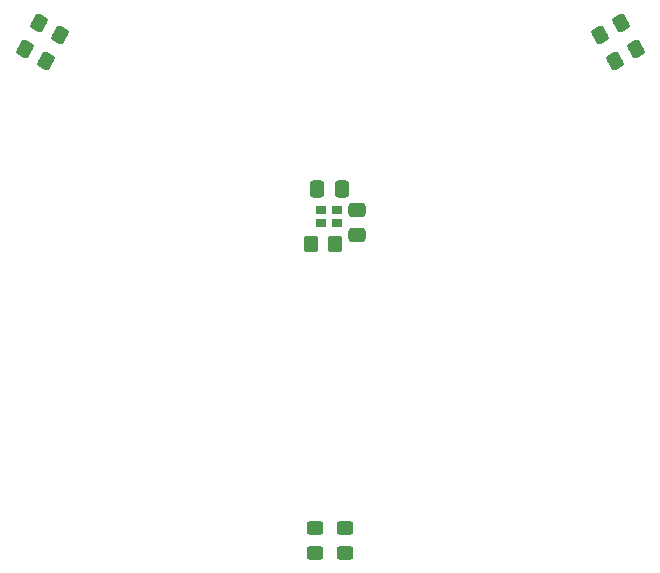
<source format=gbr>
%TF.GenerationSoftware,KiCad,Pcbnew,7.0.7*%
%TF.CreationDate,2023-11-13T09:37:15+01:00*%
%TF.ProjectId,Small,536d616c-6c2e-46b6-9963-61645f706362,rev?*%
%TF.SameCoordinates,Original*%
%TF.FileFunction,Paste,Bot*%
%TF.FilePolarity,Positive*%
%FSLAX46Y46*%
G04 Gerber Fmt 4.6, Leading zero omitted, Abs format (unit mm)*
G04 Created by KiCad (PCBNEW 7.0.7) date 2023-11-13 09:37:15*
%MOMM*%
%LPD*%
G01*
G04 APERTURE LIST*
G04 Aperture macros list*
%AMRoundRect*
0 Rectangle with rounded corners*
0 $1 Rounding radius*
0 $2 $3 $4 $5 $6 $7 $8 $9 X,Y pos of 4 corners*
0 Add a 4 corners polygon primitive as box body*
4,1,4,$2,$3,$4,$5,$6,$7,$8,$9,$2,$3,0*
0 Add four circle primitives for the rounded corners*
1,1,$1+$1,$2,$3*
1,1,$1+$1,$4,$5*
1,1,$1+$1,$6,$7*
1,1,$1+$1,$8,$9*
0 Add four rect primitives between the rounded corners*
20,1,$1+$1,$2,$3,$4,$5,0*
20,1,$1+$1,$4,$5,$6,$7,0*
20,1,$1+$1,$6,$7,$8,$9,0*
20,1,$1+$1,$8,$9,$2,$3,0*%
G04 Aperture macros list end*
%ADD10RoundRect,0.250000X-0.056458X-0.552211X0.506458X-0.227211X0.056458X0.552211X-0.506458X0.227211X0*%
%ADD11RoundRect,0.250000X-0.475000X0.337500X-0.475000X-0.337500X0.475000X-0.337500X0.475000X0.337500X0*%
%ADD12RoundRect,0.250000X0.337500X0.475000X-0.337500X0.475000X-0.337500X-0.475000X0.337500X-0.475000X0*%
%ADD13RoundRect,0.250000X0.506458X0.227211X-0.056458X0.552211X-0.506458X-0.227211X0.056458X-0.552211X0*%
%ADD14R,0.900000X0.800000*%
%ADD15RoundRect,0.250000X0.350000X0.450000X-0.350000X0.450000X-0.350000X-0.450000X0.350000X-0.450000X0*%
%ADD16RoundRect,0.250000X-0.450000X0.325000X-0.450000X-0.325000X0.450000X-0.325000X0.450000X0.325000X0*%
G04 APERTURE END LIST*
D10*
%TO.C,D3*%
X99097983Y-75776008D03*
X100873335Y-74751008D03*
%TD*%
D11*
%TO.C,C16*%
X77300000Y-88425000D03*
X77300000Y-90500000D03*
%TD*%
D12*
%TO.C,C12*%
X75975000Y-86600000D03*
X73900000Y-86600000D03*
%TD*%
D13*
%TO.C,D5*%
X52152017Y-73610945D03*
X50376665Y-72585945D03*
%TD*%
D14*
%TO.C,Y1*%
X75600000Y-89500000D03*
X74200000Y-89500000D03*
X74200000Y-88400000D03*
X75600000Y-88400000D03*
%TD*%
D15*
%TO.C,R15*%
X75400000Y-91250000D03*
X73400000Y-91250000D03*
%TD*%
D10*
%TO.C,D4*%
X97847983Y-73610943D03*
X99623335Y-72585943D03*
%TD*%
D13*
%TO.C,D6*%
X50902017Y-75776008D03*
X49126665Y-74751008D03*
%TD*%
D16*
%TO.C,D2*%
X76250000Y-115350000D03*
X76250000Y-117400000D03*
%TD*%
%TO.C,D1*%
X73750000Y-115350000D03*
X73750000Y-117400000D03*
%TD*%
M02*

</source>
